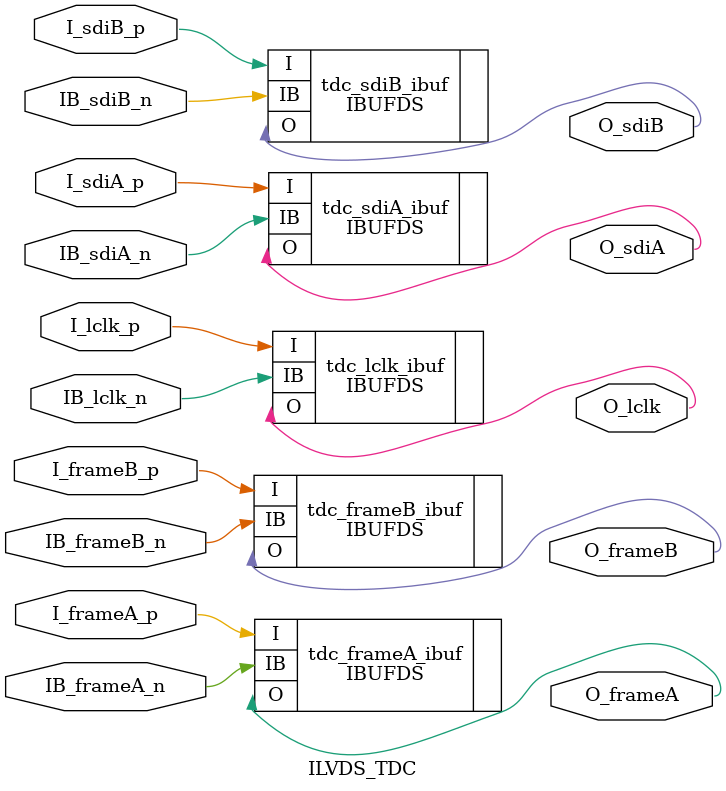
<source format=v>
`timescale 1ns / 1ps


module ILVDS_TDC(
    input IB_lclk_n,
    input I_lclk_p,
    output O_lclk,

    input IB_frameA_n,
    input I_frameA_p,
    output O_frameA,
    
    input IB_frameB_n,
    input I_frameB_p,
    output O_frameB,

    input IB_sdiA_n,
    input I_sdiA_p,
    output O_sdiA,

    input IB_sdiB_n,
    input I_sdiB_p,
    output O_sdiB

);
    
IBUFDS tdc_lclk_ibuf    (.IB(IB_lclk_n),.O(O_lclk),.I(I_lclk_p));
IBUFDS tdc_frameA_ibuf    (.IB(IB_frameA_n),.O(O_frameA),.I(I_frameA_p));
IBUFDS tdc_frameB_ibuf    (.IB(IB_frameB_n),.O(O_frameB),.I(I_frameB_p));
IBUFDS tdc_sdiA_ibuf    (.IB(IB_sdiA_n),.O(O_sdiA),.I(I_sdiA_p));
IBUFDS tdc_sdiB_ibuf    (.IB(IB_sdiB_n),.O(O_sdiB),.I(I_sdiB_p));
endmodule

</source>
